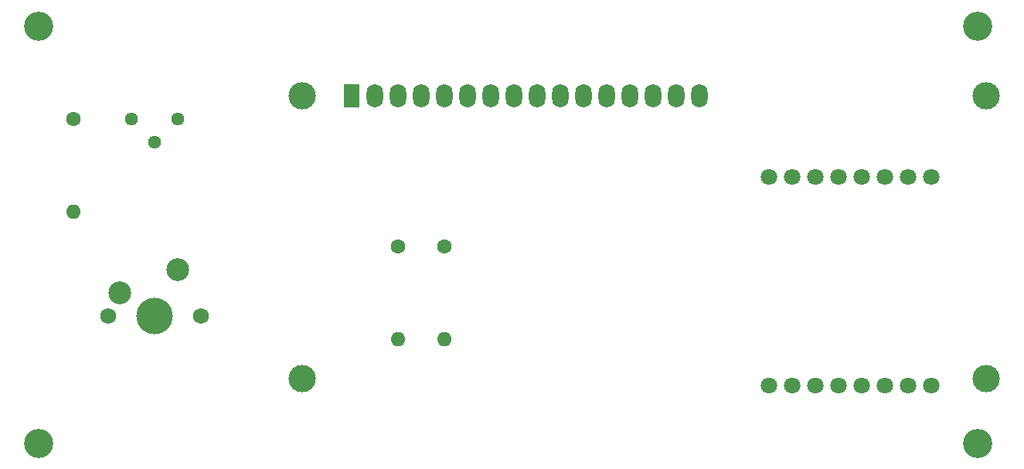
<source format=gbr>
%TF.GenerationSoftware,KiCad,Pcbnew,(5.1.10)-1*%
%TF.CreationDate,2021-11-08T12:22:01+01:00*%
%TF.ProjectId,bussData,62757373-4461-4746-912e-6b696361645f,rev?*%
%TF.SameCoordinates,Original*%
%TF.FileFunction,Soldermask,Bot*%
%TF.FilePolarity,Negative*%
%FSLAX46Y46*%
G04 Gerber Fmt 4.6, Leading zero omitted, Abs format (unit mm)*
G04 Created by KiCad (PCBNEW (5.1.10)-1) date 2021-11-08 12:22:01*
%MOMM*%
%LPD*%
G01*
G04 APERTURE LIST*
%ADD10C,1.800000*%
%ADD11C,3.200000*%
%ADD12C,3.000000*%
%ADD13O,1.800000X2.600000*%
%ADD14R,1.800000X2.600000*%
%ADD15O,1.600000X1.600000*%
%ADD16C,1.600000*%
%ADD17C,1.440000*%
%ADD18C,1.750000*%
%ADD19C,4.000000*%
%ADD20C,2.500000*%
G04 APERTURE END LIST*
D10*
%TO.C,esp8266 D1 Wemos mini*%
X161290000Y-74930000D03*
X163830000Y-74930000D03*
X166370000Y-74930000D03*
X168910000Y-74930000D03*
X171450000Y-74930000D03*
X173990000Y-74930000D03*
X176530000Y-74930000D03*
X179070000Y-74930000D03*
X179070000Y-97790000D03*
X176530000Y-97790000D03*
X173990000Y-97790000D03*
X171450000Y-97790000D03*
X168910000Y-97790000D03*
X166370000Y-97790000D03*
X163830000Y-97790000D03*
X161290000Y-97790000D03*
%TD*%
D11*
%TO.C,M3*%
X184150000Y-104140000D03*
%TD*%
%TO.C,REF\u002A\u002A*%
X81280000Y-104140000D03*
%TD*%
%TO.C,REF\u002A\u002A*%
X81280000Y-58420000D03*
%TD*%
%TO.C,REF\u002A\u002A*%
X184150000Y-58420000D03*
%TD*%
D12*
%TO.C,LCD1*%
X185070000Y-66040000D03*
X185069480Y-97040700D03*
X110070900Y-97040700D03*
X110070900Y-66040000D03*
D13*
X153670000Y-66040000D03*
X151130000Y-66040000D03*
X148590000Y-66040000D03*
X146050000Y-66040000D03*
X143510000Y-66040000D03*
X140970000Y-66040000D03*
X138430000Y-66040000D03*
X135890000Y-66040000D03*
X133350000Y-66040000D03*
X130810000Y-66040000D03*
X128270000Y-66040000D03*
X125730000Y-66040000D03*
X123190000Y-66040000D03*
X120650000Y-66040000D03*
X118110000Y-66040000D03*
D14*
X115570000Y-66040000D03*
%TD*%
D15*
%TO.C,R_VDD*%
X120650000Y-92710000D03*
D16*
X120650000Y-82550000D03*
%TD*%
D15*
%TO.C,R_BTN*%
X85090000Y-78740000D03*
D16*
X85090000Y-68580000D03*
%TD*%
D15*
%TO.C,R_GND*%
X125730000Y-92710000D03*
D16*
X125730000Y-82550000D03*
%TD*%
D17*
%TO.C,DIM1*%
X91440000Y-68580000D03*
X93980000Y-71120000D03*
X96520000Y-68580000D03*
%TD*%
D18*
%TO.C,btn1*%
X99060000Y-90170000D03*
X88900000Y-90170000D03*
D19*
X93980000Y-90170000D03*
D20*
X96520000Y-85090000D03*
X90170000Y-87630000D03*
%TD*%
M02*

</source>
